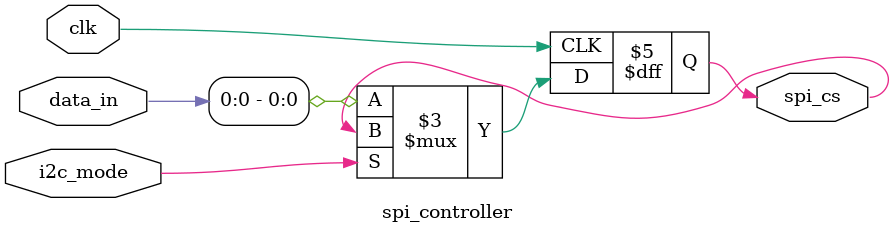
<source format=sv>
module multi_io_ctrl (
    input  wire       clk,
    input  wire       mode_sel,
    input  wire [7:0] data_in,
    output wire       scl,
    output wire       sda,
    output wire       spi_cs
);
    // 内部连线
    wire i2c_mode;
    
    // 模式选择子模块
    mode_selector mode_sel_inst (
        .clk      (clk),
        .mode_sel (mode_sel),
        .i2c_mode (i2c_mode)
    );
    
    // I2C控制子模块
    i2c_controller i2c_ctrl_inst (
        .clk      (clk),
        .i2c_mode (i2c_mode),
        .data_in  (data_in),
        .scl      (scl),
        .sda      (sda)
    );
    
    // SPI控制子模块
    spi_controller spi_ctrl_inst (
        .clk      (clk),
        .i2c_mode (i2c_mode),
        .data_in  (data_in),
        .spi_cs   (spi_cs)
    );
    
endmodule

// 模式选择子模块 - 管理操作模式
module mode_selector (
    input  wire  clk,
    input  wire  mode_sel,
    output reg   i2c_mode
);
    // 对模式选择进行预处理以减少关键路径
    always @(posedge clk) begin
        i2c_mode <= mode_sel;
    end
endmodule

// I2C控制子模块 - 管理I2C接口信号
module i2c_controller (
    input  wire       clk,
    input  wire       i2c_mode,
    input  wire [7:0] data_in,
    output reg        scl,
    output reg        sda
);
    // I2C信号生成逻辑
    always @(posedge clk) begin
        if (i2c_mode) begin
            scl <= ~scl;
            sda <= data_in[7];
        end
    end
endmodule

// SPI控制子模块 - 管理SPI接口信号
module spi_controller (
    input  wire       clk,
    input  wire       i2c_mode,
    input  wire [7:0] data_in,
    output reg        spi_cs
);
    // SPI信号生成逻辑
    always @(posedge clk) begin
        if (!i2c_mode) begin
            spi_cs <= data_in[0];
        end
    end
endmodule
</source>
